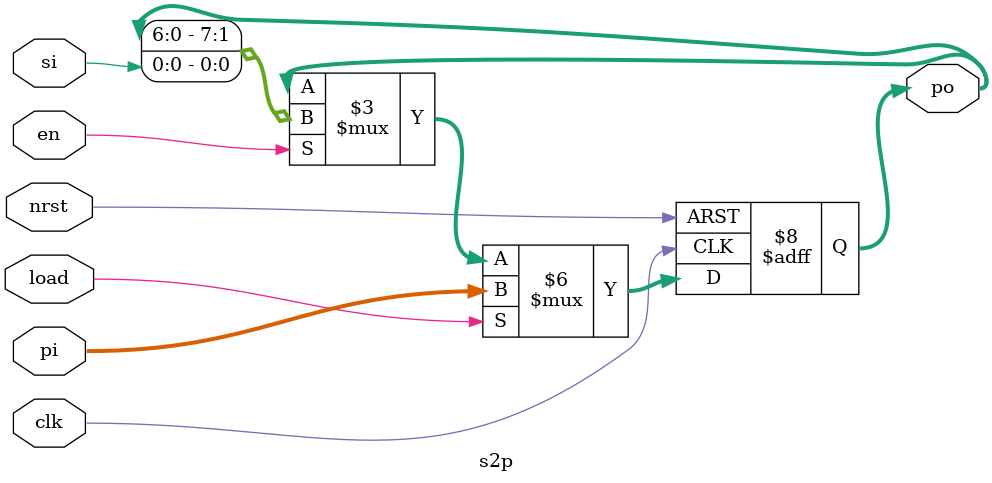
<source format=v>
module s2p(nrst, clk, en, si, load, pi, po);
    parameter width = 8;
    input nrst;
    input clk;
    input en;
    input si;
    input load;
    input [width-1:0] pi;
    output [width-1:0] po;
    reg [width-1:0] po;
    always @(posedge clk or negedge nrst) begin
        if (~nrst) begin
            po <= 0;
        end else if (load) begin
            po <= pi;
        end else if (en) begin
            po <= {po[width-2:0], si};
        end
    end
endmodule
</source>
